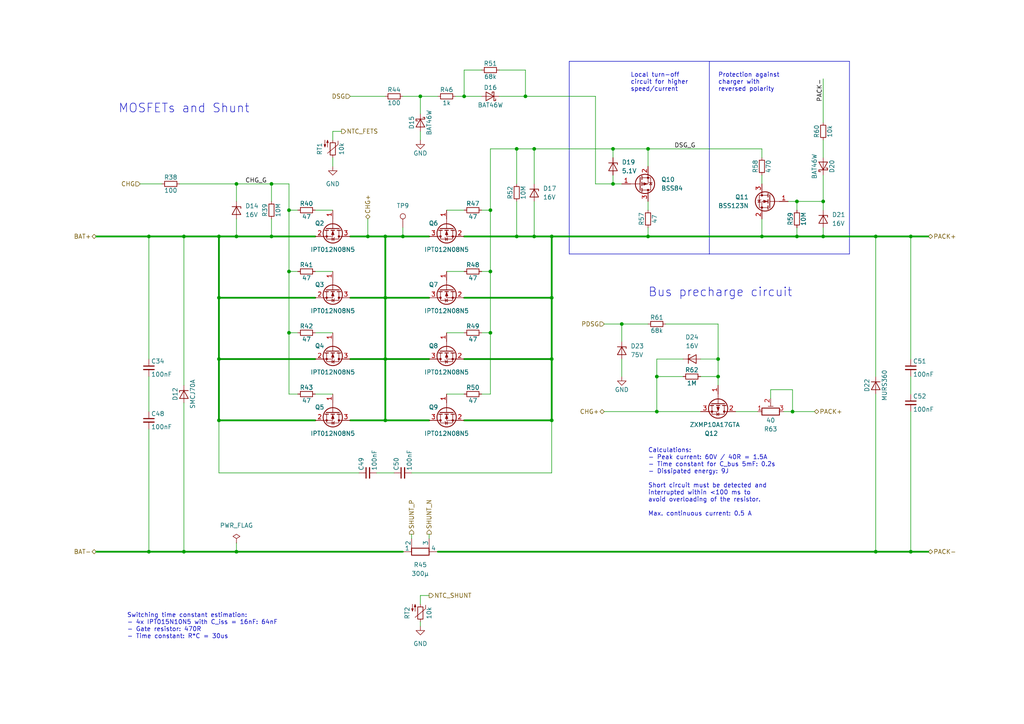
<source format=kicad_sch>
(kicad_sch (version 20230121) (generator eeschema)
  (paper "A4")
  (title_block (title "Libre Solar BMS C1") (date "2023-11-03") (rev "0.4.0") (company "Libre Solar Technologies GmbH") (comment 1 "Website: https://libre.solar") (comment 2 "Author: Martin Jäger") (comment 3 "License: CERN-OHL-W"))
  (lib_symbols
    (symbol "Connector:TestPoint" (pin_numbers hide) (pin_names (offset 0.762) hide)
      (property "Reference" "TP" (at 0 6.858 0))
      (property "Value" "TestPoint" (at 0 5.08 0))
      (symbol "TestPoint_0_1"
        (circle (center 0 3.302) (radius 0.762))
      )
      (symbol "TestPoint_1_1"
        (pin passive line (at 0 0 90) (length 2.54) (name "1") (number "1"))
      )
    )
    (symbol "Device:Q_NMOS_GSD" (pin_names (offset 0) hide)
      (property "Reference" "Q" (at 5.08 1.27 0))
      (property "Value" "Q_NMOS_GSD" (at 5.08 -1.27 0))
      (symbol "Q_NMOS_GSD_0_1"
        (polyline (pts (xy 0.254 0) (xy -2.54 0)))
        (polyline (pts (xy 0.254 1.905) (xy 0.254 -1.905)) (stroke (width 0.254)))
        (polyline (pts (xy 0.762 -1.27) (xy 0.762 -2.286)) (stroke (width 0.254)))
        (polyline (pts (xy 0.762 0.508) (xy 0.762 -0.508)) (stroke (width 0.254)))
        (polyline (pts (xy 0.762 2.286) (xy 0.762 1.27)) (stroke (width 0.254)))
        (polyline (pts (xy 2.54 2.54) (xy 2.54 1.778)))
        (polyline (pts (xy 2.54 -2.54) (xy 2.54 0) (xy 0.762 0)))
        (polyline (pts (xy 0.762 -1.778) (xy 3.302 -1.778) (xy 3.302 1.778) (xy 0.762 1.778)))
        (polyline (pts (xy 1.016 0) (xy 2.032 0.381) (xy 2.032 -0.381) (xy 1.016 0)) (fill (type outline)))
        (polyline (pts (xy 2.794 0.508) (xy 2.921 0.381) (xy 3.683 0.381) (xy 3.81 0.254)))
        (polyline (pts (xy 3.302 0.381) (xy 2.921 -0.254) (xy 3.683 -0.254) (xy 3.302 0.381)))
        (circle (center 1.651 0) (radius 2.794) (stroke (width 0.254)))
        (circle (center 2.54 -1.778) (radius 0.254) (fill (type outline)))
        (circle (center 2.54 1.778) (radius 0.254) (fill (type outline)))
      )
      (symbol "Q_NMOS_GSD_1_1"
        (pin input line (at -5.08 0 0) (length 2.54) (name "G") (number "1"))
        (pin passive line (at 2.54 -5.08 90) (length 2.54) (name "S") (number "2"))
        (pin passive line (at 2.54 5.08 270) (length 2.54) (name "D") (number "3"))
      )
    )
    (symbol "Device:Q_PMOS_GDS" (pin_names (offset 0) hide)
      (property "Reference" "Q" (at 5.08 1.27 0))
      (property "Value" "Q_PMOS_GDS" (at 5.08 -1.27 0))
      (symbol "Q_PMOS_GDS_0_1"
        (polyline (pts (xy 0.254 0) (xy -2.54 0)))
        (polyline (pts (xy 0.254 1.905) (xy 0.254 -1.905)) (stroke (width 0.254)))
        (polyline (pts (xy 0.762 -1.27) (xy 0.762 -2.286)) (stroke (width 0.254)))
        (polyline (pts (xy 0.762 0.508) (xy 0.762 -0.508)) (stroke (width 0.254)))
        (polyline (pts (xy 0.762 2.286) (xy 0.762 1.27)) (stroke (width 0.254)))
        (polyline (pts (xy 2.54 2.54) (xy 2.54 1.778)))
        (polyline (pts (xy 2.54 -2.54) (xy 2.54 0) (xy 0.762 0)))
        (polyline (pts (xy 0.762 1.778) (xy 3.302 1.778) (xy 3.302 -1.778) (xy 0.762 -1.778)))
        (polyline (pts (xy 2.286 0) (xy 1.27 0.381) (xy 1.27 -0.381) (xy 2.286 0)) (fill (type outline)))
        (polyline (pts (xy 2.794 -0.508) (xy 2.921 -0.381) (xy 3.683 -0.381) (xy 3.81 -0.254)))
        (polyline (pts (xy 3.302 -0.381) (xy 2.921 0.254) (xy 3.683 0.254) (xy 3.302 -0.381)))
        (circle (center 1.651 0) (radius 2.794) (stroke (width 0.254)))
        (circle (center 2.54 -1.778) (radius 0.254) (fill (type outline)))
        (circle (center 2.54 1.778) (radius 0.254) (fill (type outline)))
      )
      (symbol "Q_PMOS_GDS_1_1"
        (pin input line (at -5.08 0 0) (length 2.54) (name "G") (number "1"))
        (pin passive line (at 2.54 5.08 270) (length 2.54) (name "D") (number "2"))
        (pin passive line (at 2.54 -5.08 90) (length 2.54) (name "S") (number "3"))
      )
    )
    (symbol "Device:Q_PMOS_GSD" (pin_names (offset 0) hide)
      (property "Reference" "Q" (at 5.08 1.27 0))
      (property "Value" "Q_PMOS_GSD" (at 5.08 -1.27 0))
      (symbol "Q_PMOS_GSD_0_1"
        (polyline (pts (xy 0.254 0) (xy -2.54 0)))
        (polyline (pts (xy 0.254 1.905) (xy 0.254 -1.905)) (stroke (width 0.254)))
        (polyline (pts (xy 0.762 -1.27) (xy 0.762 -2.286)) (stroke (width 0.254)))
        (polyline (pts (xy 0.762 0.508) (xy 0.762 -0.508)) (stroke (width 0.254)))
        (polyline (pts (xy 0.762 2.286) (xy 0.762 1.27)) (stroke (width 0.254)))
        (polyline (pts (xy 2.54 2.54) (xy 2.54 1.778)))
        (polyline (pts (xy 2.54 -2.54) (xy 2.54 0) (xy 0.762 0)))
        (polyline (pts (xy 0.762 1.778) (xy 3.302 1.778) (xy 3.302 -1.778) (xy 0.762 -1.778)))
        (polyline (pts (xy 2.286 0) (xy 1.27 0.381) (xy 1.27 -0.381) (xy 2.286 0)) (fill (type outline)))
        (polyline (pts (xy 2.794 -0.508) (xy 2.921 -0.381) (xy 3.683 -0.381) (xy 3.81 -0.254)))
        (polyline (pts (xy 3.302 -0.381) (xy 2.921 0.254) (xy 3.683 0.254) (xy 3.302 -0.381)))
        (circle (center 1.651 0) (radius 2.794) (stroke (width 0.254)))
        (circle (center 2.54 -1.778) (radius 0.254) (fill (type outline)))
        (circle (center 2.54 1.778) (radius 0.254) (fill (type outline)))
      )
      (symbol "Q_PMOS_GSD_1_1"
        (pin input line (at -5.08 0 0) (length 2.54) (name "G") (number "1"))
        (pin passive line (at 2.54 -5.08 90) (length 2.54) (name "S") (number "2"))
        (pin passive line (at 2.54 5.08 270) (length 2.54) (name "D") (number "3"))
      )
    )
    (symbol "Device:R_Potentiometer_Trim" (pin_names (offset 1.016) hide)
      (property "Reference" "RV" (at -4.445 0 90))
      (property "Value" "R_Potentiometer_Trim" (at -2.54 0 90))
      (symbol "R_Potentiometer_Trim_0_1"
        (polyline (pts (xy 1.524 0.762) (xy 1.524 -0.762)))
        (polyline (pts (xy 2.54 0) (xy 1.524 0)))
        (rectangle (start 1.016 2.54) (end -1.016 -2.54) (stroke (width 0.254)))
      )
      (symbol "R_Potentiometer_Trim_1_1"
        (pin passive line (at 0 3.81 270) (length 1.27) (name "1") (number "1"))
        (pin passive line (at 3.81 0 180) (length 1.27) (name "2") (number "2"))
        (pin passive line (at 0 -3.81 90) (length 1.27) (name "3") (number "3"))
      )
    )
    (symbol "Device:R_Shunt" (pin_numbers hide) (pin_names (offset 0))
      (property "Reference" "R" (at -4.445 0 90))
      (property "Value" "R_Shunt" (at -2.54 0 90))
      (symbol "R_Shunt_0_1"
        (rectangle (start -1.016 -2.54) (end 1.016 2.54) (stroke (width 0.254)))
        (polyline (pts (xy 0 -2.54) (xy 1.27 -2.54)))
        (polyline (pts (xy 1.27 2.54) (xy 0 2.54)))
      )
      (symbol "R_Shunt_1_1"
        (pin passive line (at 0 5.08 270) (length 2.54) (name "1") (number "1"))
        (pin passive line (at 3.81 2.54 180) (length 2.54) (name "2") (number "2"))
        (pin passive line (at 3.81 -2.54 180) (length 2.54) (name "3") (number "3"))
        (pin passive line (at 0 -5.08 90) (length 2.54) (name "4") (number "4"))
      )
    )
    (symbol "LibreSolar:C" (pin_numbers hide) (pin_names (offset 0.254) hide)
      (property "Reference" "C" (at 0.635 1.905 0))
      (property "Value" "C" (at 0.635 -1.905 0))
      (symbol "C_0_1"
        (polyline (pts (xy -1.524 -0.508) (xy 1.524 -0.508)) (stroke (width 0.3302)))
        (polyline (pts (xy -1.524 0.508) (xy 0 0.508) (xy 1.524 0.508)) (stroke (width 0.3048)))
      )
      (symbol "C_1_1"
        (pin passive line (at 0 2.54 270) (length 1.905) (name "~") (number "1"))
        (pin passive line (at 0 -2.54 90) (length 2.032) (name "~") (number "2"))
      )
    )
    (symbol "LibreSolar:D" (pin_numbers hide) (pin_names (offset 0.254) hide)
      (property "Reference" "D" (at 0 2.54 0))
      (property "Value" "D" (at 0 -2.54 0))
      (symbol "D_0_1"
        (polyline (pts (xy -1.27 0) (xy 1.27 0)))
        (polyline (pts (xy -1.016 -1.27) (xy -1.016 1.27)) (stroke (width 0.2032)))
        (polyline (pts (xy 1.27 -1.27) (xy -1.016 0) (xy 1.27 1.27) (xy 1.27 -1.27)) (stroke (width 0.2032)))
      )
      (symbol "D_1_1"
        (pin passive line (at -2.54 0 0) (length 1.27) (name "K") (number "1"))
        (pin passive line (at 2.54 0 180) (length 1.27) (name "A") (number "2"))
      )
    )
    (symbol "LibreSolar:D_Schottky" (pin_numbers hide) (pin_names (offset 0.254) hide)
      (property "Reference" "D" (at 0 2.54 0))
      (property "Value" "D_Schottky" (at 0 -2.54 0))
      (symbol "D_Schottky_0_1"
        (polyline (pts (xy -1.016 -1.27) (xy -1.016 1.27)) (stroke (width 0.2032)))
        (polyline (pts (xy 1.27 0) (xy -1.27 0)))
        (polyline (pts (xy -1.016 -1.27) (xy -1.524 -1.27) (xy -1.524 -0.762)) (stroke (width 0.2032)))
        (polyline (pts (xy -1.016 1.27) (xy -0.508 1.27) (xy -0.508 0.762)) (stroke (width 0.2032)))
        (polyline (pts (xy 1.27 -1.27) (xy -1.016 0) (xy 1.27 1.27) (xy 1.27 -1.27)) (stroke (width 0.2032)))
      )
      (symbol "D_Schottky_1_1"
        (pin passive line (at -2.54 0 0) (length 1.27) (name "K") (number "1"))
        (pin passive line (at 2.54 0 180) (length 1.27) (name "A") (number "2"))
      )
    )
    (symbol "LibreSolar:D_Zener" (pin_numbers hide) (pin_names (offset 1.016) hide)
      (property "Reference" "D" (at 0 2.54 0))
      (property "Value" "D_Zener" (at 0 -2.54 0))
      (symbol "D_Zener_0_1"
        (polyline (pts (xy 1.27 0) (xy -1.27 0)))
        (polyline (pts (xy -1.016 0) (xy 1.27 1.27) (xy 1.27 -1.27) (xy -1.016 0)) (stroke (width 0.2032)))
        (polyline (pts (xy -0.508 1.27) (xy -1.016 1.27) (xy -1.016 0) (xy -1.016 -1.27)) (stroke (width 0.2032)))
      )
      (symbol "D_Zener_1_1"
        (pin passive line (at -2.54 0 0) (length 1.27) (name "K") (number "1"))
        (pin passive line (at 2.54 0 180) (length 1.27) (name "A") (number "2"))
      )
    )
    (symbol "LibreSolar:R" (pin_numbers hide) (pin_names (offset 0.254) hide)
      (property "Reference" "R" (at -1.905 0 90))
      (property "Value" "R" (at 1.905 0 90))
      (symbol "R_0_1"
        (rectangle (start -0.762 1.778) (end 0.762 -1.778) (stroke (width 0.2032)))
      )
      (symbol "R_1_1"
        (pin passive line (at 0 2.54 270) (length 0.762) (name "~") (number "1"))
        (pin passive line (at 0 -2.54 90) (length 0.762) (name "~") (number "2"))
      )
    )
    (symbol "LibreSolar:R_NTC" (pin_numbers hide) (pin_names (offset 0))
      (property "Reference" "RT" (at -3.81 0 90))
      (property "Value" "R_NTC" (at 2.54 0 90))
      (symbol "R_NTC_0_1"
        (rectangle (start -0.762 1.778) (end 0.762 -1.778) (stroke (width 0.2032)))
        (polyline (pts (xy 1.524 -2.286) (xy 1.524 -1.27) (xy -1.524 1.27)))
        (polyline (pts (xy -2.286 -2.54) (xy -2.286 -0.508) (xy -2.54 -1.27) (xy -2.032 -1.27) (xy -2.286 -0.508) (xy -2.286 -0.762)) (fill (type outline)))
        (polyline (pts (xy -1.524 -0.508) (xy -1.524 -2.54) (xy -1.778 -1.778) (xy -1.27 -1.778) (xy -1.524 -2.54) (xy -1.524 -2.286)) (fill (type outline)))
      )
      (symbol "R_NTC_1_1"
        (pin passive line (at 0 2.54 270) (length 0.762) (name "~") (number "1"))
        (pin passive line (at 0 -2.54 90) (length 0.762) (name "~") (number "2"))
      )
    )
    (symbol "power:GND" (power) (pin_names (offset 0))
      (property "Value" "GND" (at 0 -3.81 0))
      (symbol "GND_0_1"
        (polyline (pts (xy 0 0) (xy 0 -1.27) (xy 1.27 -1.27) (xy 0 -2.54) (xy -1.27 -1.27) (xy 0 -1.27)))
      )
      (symbol "GND_1_1"
        (pin power_in line (at 0 0 270) (length 0) hide (name "GND") (number "1"))
      )
    )
    (symbol "power:PWR_FLAG" (power) (pin_numbers hide) (pin_names (offset 0) hide)
      (property "Value" "PWR_FLAG" (at 0 3.81 0))
      (symbol "PWR_FLAG_0_0"
        (pin power_out line (at 0 0 90) (length 0) (name "pwr") (number "1"))
      )
      (symbol "PWR_FLAG_0_1"
        (polyline (pts (xy 0 0) (xy 0 1.27) (xy -1.016 1.905) (xy 0 2.54) (xy 1.016 1.905) (xy 0 1.27)))
      )
    )
  )
  (junction (at 116.84 68.58))
  (junction (at 187.96 68.58))
  (junction (at 142.24 60.96))
  (junction (at 111.76 68.58))
  (junction (at 83.82 96.52))
  (junction (at 68.58 53.34))
  (junction (at 187.96 43.18))
  (junction (at 149.86 43.18))
  (junction (at 68.58 160.02))
  (junction (at 78.74 53.34))
  (junction (at 208.28 104.14))
  (junction (at 68.58 68.58))
  (junction (at 152.4 27.94))
  (junction (at 231.14 58.42))
  (junction (at 160.02 104.14))
  (junction (at 238.76 68.58))
  (junction (at 264.16 68.58))
  (junction (at 177.8 53.34))
  (junction (at 43.18 68.58))
  (junction (at 220.98 68.58))
  (junction (at 111.76 121.92))
  (junction (at 111.76 104.14))
  (junction (at 180.34 93.98))
  (junction (at 238.76 58.42))
  (junction (at 142.24 78.74))
  (junction (at 254 160.02))
  (junction (at 63.5 68.58) (diameter 0.9144))
  (junction (at 231.14 68.58))
  (junction (at 160.02 86.36))
  (junction (at 149.86 68.58))
  (junction (at 78.74 68.58))
  (junction (at 154.94 43.18))
  (junction (at 254 68.58))
  (junction (at 53.34 160.02))
  (junction (at 83.82 78.74))
  (junction (at 208.28 109.22))
  (junction (at 111.76 86.36))
  (junction (at 229.87 119.38))
  (junction (at 63.5 86.36) (diameter 0.9144))
  (junction (at 160.02 121.92))
  (junction (at 177.8 43.18))
  (junction (at 154.94 68.58))
  (junction (at 106.68 68.58))
  (junction (at 43.18 160.02))
  (junction (at 134.62 27.94))
  (junction (at 63.5 104.14))
  (junction (at 264.16 160.02))
  (junction (at 190.5 119.38))
  (junction (at 190.5 109.22))
  (junction (at 121.92 27.94))
  (junction (at 53.34 68.58))
  (junction (at 63.5 121.92))
  (junction (at 160.02 68.58))
  (junction (at 142.24 96.52))
  (junction (at 83.82 60.96))
  (wire (pts (xy 187.96 43.18) (xy 187.96 48.26)))
  (wire (pts (xy 149.86 43.18) (xy 154.94 43.18)))
  (wire (pts (xy 68.58 53.34) (xy 78.74 53.34)))
  (wire (pts (xy 124.46 154.94) (xy 124.46 156.21)))
  (polyline (pts (xy 165.1 17.78) (xy 165.1 73.66)))
  (wire (pts (xy 144.78 20.32) (xy 152.4 20.32)))
  (wire (pts (xy 160.02 68.58) (xy 160.02 86.36)) (stroke (width 0.508)))
  (wire (pts (xy 254 68.58) (xy 254 109.22)))
  (wire (pts (xy 220.98 50.8) (xy 220.98 53.34)))
  (wire (pts (xy 223.52 113.03) (xy 229.87 113.03)))
  (wire (pts (xy 180.34 93.98) (xy 187.96 93.98)))
  (wire (pts (xy 83.82 114.3) (xy 86.36 114.3)))
  (wire (pts (xy 63.5 86.36) (xy 63.5 104.14)) (stroke (width 0.508)))
  (wire (pts (xy 78.74 68.58) (xy 91.44 68.58)) (stroke (width 0.508)))
  (wire (pts (xy 142.24 43.18) (xy 149.86 43.18)))
  (wire (pts (xy 134.62 20.32) (xy 134.62 27.94)))
  (wire (pts (xy 119.38 154.94) (xy 119.38 156.21)))
  (wire (pts (xy 187.96 43.18) (xy 220.98 43.18)))
  (wire (pts (xy 111.76 68.58) (xy 116.84 68.58)) (stroke (width 0.508)))
  (wire (pts (xy 111.76 104.14) (xy 124.46 104.14)) (stroke (width 0.508)))
  (wire (pts (xy 68.58 68.58) (xy 78.74 68.58)) (stroke (width 0.508)))
  (wire (pts (xy 83.82 78.74) (xy 83.82 96.52)))
  (wire (pts (xy 43.18 124.46) (xy 43.18 160.02)))
  (wire (pts (xy 160.02 86.36) (xy 160.02 104.14)) (stroke (width 0.508)))
  (wire (pts (xy 68.58 53.34) (xy 68.58 58.42)))
  (wire (pts (xy 40.64 53.34) (xy 46.99 53.34)))
  (wire (pts (xy 104.14 137.16) (xy 63.5 137.16)))
  (wire (pts (xy 175.26 93.98) (xy 180.34 93.98)))
  (wire (pts (xy 83.82 60.96) (xy 86.36 60.96)))
  (wire (pts (xy 208.28 104.14) (xy 208.28 109.22)))
  (wire (pts (xy 53.34 68.58) (xy 53.34 111.76)))
  (wire (pts (xy 142.24 96.52) (xy 142.24 114.3)))
  (wire (pts (xy 106.68 68.58) (xy 111.76 68.58)) (stroke (width 0.508)))
  (wire (pts (xy 106.68 63.5) (xy 106.68 68.58)))
  (wire (pts (xy 160.02 104.14) (xy 160.02 121.92)) (stroke (width 0.508)))
  (wire (pts (xy 160.02 121.92) (xy 160.02 137.16)))
  (wire (pts (xy 254 68.58) (xy 264.16 68.58)) (stroke (width 0.508)))
  (wire (pts (xy 154.94 43.18) (xy 154.94 53.34)))
  (wire (pts (xy 149.86 58.42) (xy 149.86 68.58)))
  (wire (pts (xy 91.44 78.74) (xy 96.52 78.74)))
  (wire (pts (xy 238.76 66.04) (xy 238.76 68.58)))
  (wire (pts (xy 111.76 104.14) (xy 111.76 121.92)) (stroke (width 0.508)))
  (wire (pts (xy 121.92 27.94) (xy 127 27.94)))
  (wire (pts (xy 63.5 104.14) (xy 63.5 121.92)) (stroke (width 0.508)))
  (wire (pts (xy 134.62 104.14) (xy 160.02 104.14)) (stroke (width 0.508)))
  (wire (pts (xy 111.76 68.58) (xy 111.76 86.36)) (stroke (width 0.508)))
  (wire (pts (xy 231.14 66.04) (xy 231.14 68.58)))
  (polyline (pts (xy 165.1 73.66) (xy 205.74 73.66)))
  (wire (pts (xy 160.02 68.58) (xy 187.96 68.58)) (stroke (width 0.508)))
  (wire (pts (xy 144.78 27.94) (xy 152.4 27.94)))
  (wire (pts (xy 63.5 86.36) (xy 91.44 86.36)) (stroke (width 0.508)))
  (wire (pts (xy 139.7 20.32) (xy 134.62 20.32)))
  (wire (pts (xy 208.28 93.98) (xy 193.04 93.98)))
  (wire (pts (xy 78.74 53.34) (xy 78.74 58.42)))
  (wire (pts (xy 238.76 40.64) (xy 238.76 45.72)))
  (wire (pts (xy 132.08 27.94) (xy 134.62 27.94)))
  (wire (pts (xy 139.7 78.74) (xy 142.24 78.74)))
  (wire (pts (xy 63.5 68.58) (xy 63.5 86.36)) (stroke (width 0.508)))
  (wire (pts (xy 172.72 53.34) (xy 177.8 53.34)))
  (wire (pts (xy 231.14 58.42) (xy 238.76 58.42)))
  (wire (pts (xy 96.52 48.26) (xy 96.52 45.72)))
  (wire (pts (xy 101.6 27.94) (xy 111.76 27.94)))
  (wire (pts (xy 68.58 160.02) (xy 116.84 160.02)) (stroke (width 0.508)))
  (wire (pts (xy 53.34 116.84) (xy 53.34 160.02)))
  (wire (pts (xy 198.12 104.14) (xy 190.5 104.14)))
  (wire (pts (xy 63.5 68.58) (xy 68.58 68.58)) (stroke (width 0.508)))
  (wire (pts (xy 187.96 68.58) (xy 220.98 68.58)) (stroke (width 0.508)))
  (wire (pts (xy 238.76 50.8) (xy 238.76 58.42)))
  (wire (pts (xy 213.36 119.38) (xy 219.71 119.38)))
  (wire (pts (xy 154.94 43.18) (xy 177.8 43.18)))
  (wire (pts (xy 154.94 68.58) (xy 160.02 68.58)) (stroke (width 0.508)))
  (wire (pts (xy 152.4 27.94) (xy 172.72 27.94)))
  (wire (pts (xy 208.28 109.22) (xy 203.2 109.22)))
  (wire (pts (xy 101.6 86.36) (xy 111.76 86.36)) (stroke (width 0.508)))
  (wire (pts (xy 116.84 66.04) (xy 116.84 68.58)))
  (polyline (pts (xy 165.1 17.78) (xy 205.74 17.78)))
  (wire (pts (xy 111.76 121.92) (xy 124.46 121.92)) (stroke (width 0.508)))
  (wire (pts (xy 229.87 113.03) (xy 229.87 119.38)))
  (wire (pts (xy 229.87 119.38) (xy 236.22 119.38)))
  (wire (pts (xy 208.28 111.76) (xy 208.28 109.22)))
  (wire (pts (xy 254 160.02) (xy 264.16 160.02)) (stroke (width 0.508)))
  (wire (pts (xy 43.18 68.58) (xy 53.34 68.58)) (stroke (width 0.508)))
  (wire (pts (xy 134.62 121.92) (xy 160.02 121.92)) (stroke (width 0.508)))
  (wire (pts (xy 142.24 60.96) (xy 142.24 78.74)))
  (wire (pts (xy 129.54 78.74) (xy 134.62 78.74)))
  (wire (pts (xy 111.76 104.14) (xy 111.76 86.36)) (stroke (width 0.508)))
  (wire (pts (xy 53.34 160.02) (xy 68.58 160.02)) (stroke (width 0.508)))
  (wire (pts (xy 96.52 38.1) (xy 96.52 40.64)))
  (wire (pts (xy 177.8 53.34) (xy 180.34 53.34)))
  (wire (pts (xy 86.36 78.74) (xy 83.82 78.74)))
  (wire (pts (xy 264.16 119.38) (xy 264.16 160.02)))
  (wire (pts (xy 68.58 63.5) (xy 68.58 68.58)))
  (wire (pts (xy 53.34 68.58) (xy 63.5 68.58)) (stroke (width 0.508)))
  (wire (pts (xy 121.92 181.61) (xy 121.92 180.34)))
  (wire (pts (xy 139.7 114.3) (xy 142.24 114.3)))
  (wire (pts (xy 190.5 104.14) (xy 190.5 109.22)))
  (wire (pts (xy 121.92 27.94) (xy 121.92 33.02)))
  (wire (pts (xy 101.6 104.14) (xy 111.76 104.14)) (stroke (width 0.508)))
  (wire (pts (xy 220.98 63.5) (xy 220.98 68.58)))
  (wire (pts (xy 119.38 137.16) (xy 160.02 137.16)))
  (wire (pts (xy 116.84 68.58) (xy 124.46 68.58)) (stroke (width 0.508)))
  (wire (pts (xy 78.74 53.34) (xy 83.82 53.34)))
  (wire (pts (xy 134.62 27.94) (xy 139.7 27.94)))
  (wire (pts (xy 177.8 50.8) (xy 177.8 53.34)))
  (wire (pts (xy 149.86 68.58) (xy 154.94 68.58)) (stroke (width 0.508)))
  (wire (pts (xy 152.4 20.32) (xy 152.4 27.94)))
  (wire (pts (xy 227.33 119.38) (xy 229.87 119.38)))
  (wire (pts (xy 264.16 109.22) (xy 264.16 114.3)))
  (polyline (pts (xy 246.38 73.66) (xy 246.38 17.78)))
  (wire (pts (xy 83.82 96.52) (xy 86.36 96.52)))
  (wire (pts (xy 231.14 58.42) (xy 231.14 60.96)))
  (wire (pts (xy 83.82 53.34) (xy 83.82 60.96)))
  (wire (pts (xy 142.24 43.18) (xy 142.24 60.96)))
  (wire (pts (xy 91.44 60.96) (xy 96.52 60.96)))
  (wire (pts (xy 180.34 104.14) (xy 180.34 109.22)))
  (wire (pts (xy 231.14 68.58) (xy 238.76 68.58)) (stroke (width 0.508)))
  (wire (pts (xy 142.24 78.74) (xy 142.24 96.52)))
  (wire (pts (xy 78.74 63.5) (xy 78.74 68.58)))
  (wire (pts (xy 121.92 172.72) (xy 121.92 175.26)))
  (wire (pts (xy 238.76 60.96) (xy 238.76 58.42)))
  (wire (pts (xy 99.06 38.1) (xy 96.52 38.1)))
  (wire (pts (xy 220.98 68.58) (xy 231.14 68.58)) (stroke (width 0.508)))
  (wire (pts (xy 101.6 68.58) (xy 106.68 68.58)) (stroke (width 0.508)))
  (wire (pts (xy 116.84 27.94) (xy 121.92 27.94)))
  (wire (pts (xy 154.94 58.42) (xy 154.94 68.58)))
  (wire (pts (xy 27.94 68.58) (xy 43.18 68.58)) (stroke (width 0.508)))
  (wire (pts (xy 177.8 43.18) (xy 187.96 43.18)))
  (wire (pts (xy 127 160.02) (xy 254 160.02)) (stroke (width 0.508)))
  (wire (pts (xy 180.34 93.98) (xy 180.34 99.06)))
  (polyline (pts (xy 205.74 73.66) (xy 246.38 73.66)))
  (wire (pts (xy 254 114.3) (xy 254 160.02)))
  (wire (pts (xy 63.5 121.92) (xy 91.44 121.92)) (stroke (width 0.508)))
  (wire (pts (xy 27.94 160.02) (xy 43.18 160.02)) (stroke (width 0.508)))
  (wire (pts (xy 175.26 119.38) (xy 190.5 119.38)))
  (wire (pts (xy 91.44 96.52) (xy 96.52 96.52)))
  (wire (pts (xy 83.82 96.52) (xy 83.82 114.3)))
  (wire (pts (xy 223.52 115.57) (xy 223.52 113.03)))
  (wire (pts (xy 238.76 22.86) (xy 238.76 35.56)))
  (wire (pts (xy 91.44 114.3) (xy 96.52 114.3)))
  (wire (pts (xy 139.7 96.52) (xy 142.24 96.52)))
  (wire (pts (xy 190.5 109.22) (xy 190.5 119.38)))
  (wire (pts (xy 228.6 58.42) (xy 231.14 58.42)))
  (wire (pts (xy 101.6 121.92) (xy 111.76 121.92)) (stroke (width 0.508)))
  (wire (pts (xy 43.18 160.02) (xy 53.34 160.02)) (stroke (width 0.508)))
  (wire (pts (xy 68.58 157.48) (xy 68.58 160.02)))
  (wire (pts (xy 52.07 53.34) (xy 68.58 53.34)))
  (wire (pts (xy 203.2 119.38) (xy 190.5 119.38)))
  (wire (pts (xy 208.28 104.14) (xy 208.28 93.98)))
  (wire (pts (xy 203.2 104.14) (xy 208.28 104.14)))
  (wire (pts (xy 187.96 58.42) (xy 187.96 60.96)))
  (wire (pts (xy 83.82 78.74) (xy 83.82 60.96)))
  (wire (pts (xy 172.72 53.34) (xy 172.72 27.94)))
  (wire (pts (xy 177.8 43.18) (xy 177.8 45.72)))
  (wire (pts (xy 187.96 66.04) (xy 187.96 68.58)))
  (wire (pts (xy 129.54 60.96) (xy 134.62 60.96)))
  (wire (pts (xy 124.46 172.72) (xy 121.92 172.72)))
  (wire (pts (xy 198.12 109.22) (xy 190.5 109.22)))
  (wire (pts (xy 264.16 160.02) (xy 269.24 160.02)) (stroke (width 0.508)))
  (polyline (pts (xy 205.74 17.78) (xy 246.38 17.78)))
  (wire (pts (xy 129.54 114.3) (xy 134.62 114.3)))
  (wire (pts (xy 129.54 96.52) (xy 134.62 96.52)))
  (wire (pts (xy 238.76 68.58) (xy 254 68.58)) (stroke (width 0.508)))
  (wire (pts (xy 111.76 86.36) (xy 124.46 86.36)) (stroke (width 0.508)))
  (wire (pts (xy 43.18 68.58) (xy 43.18 104.14)))
  (wire (pts (xy 264.16 68.58) (xy 264.16 104.14)))
  (wire (pts (xy 43.18 109.22) (xy 43.18 119.38)))
  (wire (pts (xy 121.92 38.1) (xy 121.92 40.64)))
  (wire (pts (xy 63.5 137.16) (xy 63.5 121.92)))
  (wire (pts (xy 114.3 137.16) (xy 109.22 137.16)))
  (wire (pts (xy 139.7 60.96) (xy 142.24 60.96)))
  (polyline (pts (xy 205.74 17.78) (xy 205.74 73.66)))
  (wire (pts (xy 149.86 43.18) (xy 149.86 53.34)))
  (wire (pts (xy 134.62 68.58) (xy 149.86 68.58)) (stroke (width 0.508)))
  (wire (pts (xy 220.98 45.72) (xy 220.98 43.18)))
  (wire (pts (xy 134.62 86.36) (xy 160.02 86.36)) (stroke (width 0.508)))
  (wire (pts (xy 264.16 68.58) (xy 269.24 68.58)) (stroke (width 0.508)))
  (wire (pts (xy 63.5 104.14) (xy 91.44 104.14)) (stroke (width 0.508)))
  (text "Protection against\ncharger with \nreversed polarity" (at 208.28 26.67 0) (effects (font (size 1.27 1.27)) (justify left bottom)))
  (text "Switching time constant estimation:\n- 4x IPT015N10N5 with C_iss = 16nF: 64nF\n- Gate resistor: 470R\n- Time constant: R*C = 30us" (at 36.83 185.42 0) (effects (font (size 1.27 1.27)) (justify left bottom)))
  (text "MOSFETs and Shunt" (at 34.29 33.02 0) (effects (font (size 2.54 2.54)) (justify left bottom)))
  (text "Local turn-off \ncircuit for higher\nspeed/current" (at 182.88 26.67 0) (effects (font (size 1.27 1.27)) (justify left bottom)))
  (text "Bus precharge circuit" (at 187.96 86.36 0) (effects (font (size 2.54 2.54)) (justify left bottom)))
  (text "Calculations:\n- Peak current: 60V / 40R = 1.5A\n- Time constant for C_bus 5mF: 0.2s\n- Dissipated energy: 9J\n\nShort circuit must be detected and\ninterrupted within <100 ms to\navoid overloading of the resistor.\n\nMax. continuous current: 0.5 A" (at 187.96 149.86 0) (effects (font (size 1.27 1.27)) (justify left bottom)))
  (label "PACK-" (at 238.76 22.86 270))
  (label "DSG_G" (at 195.58 43.18 0))
  (label "CHG_G" (at 71.12 53.34 0))
  (hierarchical_label "DSG" (shape input) (at 101.6 27.94 180))
  (hierarchical_label "PDSG" (shape input) (at 175.26 93.98 180))
  (hierarchical_label "CHG" (shape input) (at 40.64 53.34 180))
  (hierarchical_label "NTC_SHUNT" (shape output) (at 124.46 172.72 0))
  (hierarchical_label "BAT+" (shape bidirectional) (at 27.94 68.58 180))
  (hierarchical_label "SHUNT_N" (shape output) (at 124.46 154.94 90))
  (hierarchical_label "CHG+" (shape bidirectional) (at 175.26 119.38 180))
  (hierarchical_label "PACK+" (shape bidirectional) (at 269.24 68.58 0))
  (hierarchical_label "BAT-" (shape bidirectional) (at 27.94 160.02 180))
  (hierarchical_label "CHG+" (shape bidirectional) (at 106.68 63.5 90))
  (hierarchical_label "PACK-" (shape bidirectional) (at 269.24 160.02 0))
  (hierarchical_label "PACK+" (shape bidirectional) (at 236.22 119.38 0))
  (hierarchical_label "SHUNT_P" (shape output) (at 119.38 154.94 90))
  (hierarchical_label "NTC_FETS" (shape output) (at 99.06 38.1 0))
  (symbol (lib_id "LibreSolar:R_NTC") (at 96.52 43.18 0) (mirror x) (unit 1)
    (property "Reference" "RT1" (at 92.71 43.18 90))
    (property "Value" "10k" (at 99.06 43.18 90))
    (property "Footprint" "LibreSolar:R_0603_1608" (effects hide))
    (property "Manufacturer" "TDK" (effects hide))
    (property "PartNumber" "NTCG163JF103FT1S" (effects hide))
  )
  (symbol (lib_id "LibreSolar:D_Zener") (at 53.34 114.3 90) (mirror x) (unit 1)
    (property "Reference" "D12" (at 50.8 114.3 0))
    (property "Value" "SMCJ70A" (at 55.88 114.3 0))
    (property "Footprint" "LibreSolar:D_SMC" (effects hide))
    (property "Manufacturer" "Bourns" (effects hide))
    (property "PartNumber" "SMCJ70A" (effects hide))
    (property "Remarks" "Alternative: Diodes Inc. SMCJ70A-13-F" (effects hide))
    (property "LCSC" "C135194" (effects hide))
  )
  (symbol (lib_id "LibreSolar:D") (at 254 111.76 90) (mirror x) (unit 1)
    (property "Reference" "D22" (at 251.46 111.76 0))
    (property "Value" "MURS360" (at 256.54 111.76 0))
    (property "Footprint" "LibreSolar:D_SMC" (effects hide))
    (property "Manufacturer" "Diodes Incorporated" (effects hide))
    (property "PartNumber" "MURS360" (effects hide))
    (property "Remarks" "Alternative: Other MURS360" (effects hide))
    (property "LCSC" "C388245" (effects hide))
  )
  (symbol (lib_id "LibreSolar:C") (at 264.16 106.68 0) (unit 1)
    (property "Reference" "C51" (at 264.795 104.775 0) (effects (justify left)))
    (property "Value" "100nF" (at 264.795 108.585 0) (effects (justify left)))
    (property "Footprint" "LibreSolar:C_0603_1608" (effects hide))
    (property "Manufacturer" "Samsung Electro-Mechanics" (effects hide))
    (property "PartNumber" "CL10B104KC8NNNC" (effects hide))
    (property "Remarks" "min. 100V, X7R" (effects hide))
    (property "LCSC" "C15725" (effects hide))
  )
  (symbol (lib_id "LibreSolar:C") (at 264.16 116.84 0) (unit 1)
    (property "Reference" "C52" (at 264.795 114.935 0) (effects (justify left)))
    (property "Value" "100nF" (at 264.795 118.745 0) (effects (justify left)))
    (property "Footprint" "LibreSolar:C_0603_1608" (effects hide))
    (property "Manufacturer" "Samsung Electro-Mechanics" (effects hide))
    (property "PartNumber" "CL10B104KC8NNNC" (effects hide))
    (property "Remarks" "min. 100V, X7R" (effects hide))
    (property "LCSC" "C15725" (effects hide))
  )
  (symbol (lib_id "LibreSolar:C") (at 106.68 137.16 90) (unit 1)
    (property "Reference" "C49" (at 104.775 136.525 0) (effects (justify left)))
    (property "Value" "100nF" (at 108.585 136.525 0) (effects (justify left)))
    (property "Footprint" "LibreSolar:C_0603_1608" (effects hide))
    (property "Manufacturer" "Samsung Electro-Mechanics" (effects hide))
    (property "PartNumber" "CL10B104KC8NNNC" (effects hide))
    (property "Remarks" "min. 100V, X7R" (effects hide))
    (property "LCSC" "C15725" (effects hide))
  )
  (symbol (lib_id "LibreSolar:C") (at 116.84 137.16 90) (unit 1)
    (property "Reference" "C50" (at 114.935 136.525 0) (effects (justify left)))
    (property "Value" "100nF" (at 118.745 136.525 0) (effects (justify left)))
    (property "Footprint" "LibreSolar:C_0603_1608" (effects hide))
    (property "Manufacturer" "Samsung Electro-Mechanics" (effects hide))
    (property "PartNumber" "CL10B104KC8NNNC" (effects hide))
    (property "Remarks" "min. 100V, X7R" (effects hide))
    (property "LCSC" "C15725" (effects hide))
  )
  (symbol (lib_id "Device:Q_PMOS_GDS") (at 208.28 116.84 270) (unit 1)
    (property "Reference" "Q12" (at 208.28 125.73 90) (effects (justify right)))
    (property "Value" "ZXMP10A17GTA" (at 214.63 123.19 90) (effects (justify right)))
    (property "Footprint" "Package_TO_SOT_SMD:SOT-223-3_TabPin2" (effects hide))
    (property "Manufacturer" "Diodes Incorporated" (effects hide))
    (property "PartNumber" "ZXMP10A17GTA" (effects hide))
    (property "Remarks" "Alternative: IRFL9110TRPBF" (effects hide))
    (property "LCSC" "C32998" (effects hide))
  )
  (symbol (lib_id "LibreSolar:R") (at 78.74 60.96 0) (unit 1)
    (property "Reference" "R39" (at 76.835 60.96 90))
    (property "Value" "10M" (at 80.645 60.96 90))
    (property "Footprint" "LibreSolar:R_0603_1608" (effects hide))
    (property "Manufacturer" "Yageo" (effects hide))
    (property "PartNumber" "RC0603FR-0710ML" (effects hide))
  )
  (symbol (lib_id "LibreSolar:R") (at 149.86 55.88 0) (unit 1)
    (property "Reference" "R52" (at 147.955 55.88 90))
    (property "Value" "10M" (at 151.765 55.88 90))
    (property "Footprint" "LibreSolar:R_0603_1608" (effects hide))
    (property "Manufacturer" "Yageo" (effects hide))
    (property "PartNumber" "RC0603FR-0710ML" (effects hide))
  )
  (symbol (lib_id "Device:R_Shunt") (at 121.92 160.02 90) (unit 1)
    (property "Reference" "R45" (at 121.92 163.83 90))
    (property "Value" "300µ" (at 121.92 166.37 90))
    (property "Footprint" "LibreSolar:R_Shunt_5931_Kelvin" (effects hide))
    (property "Manufacturer" "Vishay" (effects hide))
    (property "PartNumber" "WSLP5931L3000FEA" (effects hide))
    (property "Remarks" "Alternative: Bourns CSS2H-5930R-L300F" (effects hide))
  )
  (symbol (lib_id "power:GND") (at 96.52 48.26 0) (unit 1)
    (property "Reference" "#PWR0159" (effects hide))
    (property "Value" "GND" (at 96.52 53.34 0))
  )
  (symbol (lib_id "power:PWR_FLAG") (at 68.58 157.48 0) (unit 1)
    (property "Reference" "#FLG02" (effects hide))
    (property "Value" "PWR_FLAG" (at 68.58 152.4 0))
  )
  (symbol (lib_id "LibreSolar:R") (at 238.76 38.1 0) (unit 1)
    (property "Reference" "R60" (at 236.855 38.1 90))
    (property "Value" "10k" (at 240.665 38.1 90))
    (property "Footprint" "LibreSolar:R_0603_1608" (effects hide))
    (property "Manufacturer" "Yageo" (effects hide))
    (property "PartNumber" "RC0603FR-0710KL" (effects hide))
  )
  (symbol (lib_id "Device:Q_NMOS_GSD") (at 96.52 119.38 270) (unit 1)
    (property "Reference" "Q5" (at 92.71 118.11 90))
    (property "Value" "IPT012N08N5" (at 96.52 125.73 90))
    (property "Footprint" "Package_TO_SOT_SMD:Infineon_PG-HSOF-8-1_ThermalVias" (effects hide))
    (property "Manufacturer" "Infineon" (effects hide))
    (property "PartNumber" "IPT012N08N5" (effects hide))
    (property "Remarks" "Alternative: Huayi HYG012N08NS1TA" (effects hide))
    (property "LCSC" "C531199" (effects hide))
  )
  (symbol (lib_id "LibreSolar:R") (at 200.66 109.22 90) (mirror x) (unit 1)
    (property "Reference" "R62" (at 200.66 107.315 90))
    (property "Value" "1M" (at 200.66 111.125 90))
    (property "Footprint" "LibreSolar:R_0603_1608" (effects hide))
    (property "Manufacturer" "Yageo" (effects hide))
    (property "PartNumber" "RC0603FR-071ML" (effects hide))
  )
  (symbol (lib_id "Device:Q_NMOS_GSD") (at 96.52 83.82 270) (unit 1)
    (property "Reference" "Q3" (at 92.71 82.55 90))
    (property "Value" "IPT012N08N5" (at 96.52 90.17 90))
    (property "Footprint" "Package_TO_SOT_SMD:Infineon_PG-HSOF-8-1_ThermalVias" (effects hide))
    (property "Manufacturer" "Infineon" (effects hide))
    (property "PartNumber" "IPT012N08N5" (effects hide))
    (property "Remarks" "Alternative: Huayi HYG012N08NS1TA" (effects hide))
    (property "LCSC" "C531199" (effects hide))
  )
  (symbol (lib_id "Device:Q_NMOS_GSD") (at 96.52 101.6 270) (unit 1)
    (property "Reference" "Q4" (at 92.71 100.33 90))
    (property "Value" "IPT012N08N5" (at 96.52 107.95 90))
    (property "Footprint" "Package_TO_SOT_SMD:Infineon_PG-HSOF-8-1_ThermalVias" (effects hide))
    (property "Manufacturer" "Infineon" (effects hide))
    (property "PartNumber" "IPT012N08N5" (effects hide))
    (property "Remarks" "Alternative: Huayi HYG012N08NS1TA" (effects hide))
    (property "LCSC" "C531199" (effects hide))
  )
  (symbol (lib_id "LibreSolar:R") (at 114.3 27.94 90) (mirror x) (unit 1)
    (property "Reference" "R44" (at 114.3 26.035 90))
    (property "Value" "100" (at 114.3 29.845 90))
    (property "Footprint" "LibreSolar:R_0603_1608" (effects hide))
    (property "Manufacturer" "Yageo" (effects hide))
    (property "PartNumber" "RC0603FR-07100RL" (effects hide))
  )
  (symbol (lib_id "Device:R_Potentiometer_Trim") (at 223.52 119.38 90) (unit 1)
    (property "Reference" "R63" (at 223.52 124.46 90))
    (property "Value" "40" (at 223.52 121.92 90))
    (property "Footprint" "LibreSolar:Bourns_PWR163" (effects hide))
    (property "Datasheet" "https://www.mouser.de/datasheet/2/54/pwr163-777985.pdf" (effects hide))
    (property "Manufacturer" "Bourns" (effects hide))
    (property "PartNumber" "PWR163S-25-40R0FE" (effects hide))
  )
  (symbol (lib_id "LibreSolar:D_Zener") (at 200.66 104.14 0) (unit 1)
    (property "Reference" "D24" (at 200.7108 97.79 0))
    (property "Value" "16V" (at 200.7108 100.33 0))
    (property "Footprint" "LibreSolar:D_SOD-123" (effects hide))
    (property "Datasheet" "https://www.mouser.de/datasheet/2/115/DIOD_S_A0003550771_1-2542306.pdf" (effects hide))
    (property "Manufacturer" "Diodes Incorporated" (effects hide))
    (property "PartNumber" "MMSZ5246B-7-F" (effects hide))
    (property "Remarks" "Alternative: Vishay MMSZ5246B-HE3-08" (effects hide))
    (property "LCSC" "C282317" (effects hide))
  )
  (symbol (lib_id "LibreSolar:R_NTC") (at 121.92 177.8 0) (mirror x) (unit 1)
    (property "Reference" "RT2" (at 118.11 177.8 90))
    (property "Value" "10k" (at 124.46 177.8 90))
    (property "Footprint" "LibreSolar:R_0603_1608" (effects hide))
    (property "Manufacturer" "TDK" (effects hide))
    (property "PartNumber" "NTCG163JF103FT1S" (effects hide))
  )
  (symbol (lib_id "Device:Q_PMOS_GSD") (at 185.42 53.34 0) (mirror x) (unit 1)
    (property "Reference" "Q10" (at 191.77 52.07 0) (effects (justify left)))
    (property "Value" "BSS84" (at 191.77 54.61 0) (effects (justify left)))
    (property "Footprint" "LibreSolar:SOT-23" (effects hide))
    (property "Manufacturer" "Nexperia" (effects hide))
    (property "PartNumber" "BSS84AK,215" (effects hide))
    (property "Remarks" "at least -20V" (effects hide))
    (property "LCSC" "C127273" (effects hide))
  )
  (symbol (lib_id "power:GND") (at 121.92 40.64 0) (unit 1)
    (property "Reference" "#PWR07" (effects hide))
    (property "Value" "GND" (at 121.92 44.45 0))
  )
  (symbol (lib_id "LibreSolar:C") (at 43.18 121.92 0) (unit 1)
    (property "Reference" "C48" (at 43.815 120.015 0) (effects (justify left)))
    (property "Value" "100nF" (at 43.815 123.825 0) (effects (justify left)))
    (property "Footprint" "LibreSolar:C_0603_1608" (effects hide))
    (property "Manufacturer" "Samsung Electro-Mechanics" (effects hide))
    (property "PartNumber" "CL10B104KC8NNNC" (effects hide))
    (property "Remarks" "min. 100V, X7R" (effects hide))
    (property "LCSC" "C15725" (effects hide))
  )
  (symbol (lib_id "LibreSolar:R") (at 88.9 96.52 90) (mirror x) (unit 1)
    (property "Reference" "R42" (at 88.9 94.615 90))
    (property "Value" "47" (at 88.9 98.425 90))
    (property "Footprint" "LibreSolar:R_0603_1608" (effects hide))
    (property "Manufacturer" "Yageo" (effects hide))
    (property "PartNumber" "RC0603FR-0747RL" (effects hide))
  )
  (symbol (lib_id "LibreSolar:D_Schottky") (at 121.92 35.56 90) (mirror x) (unit 1)
    (property "Reference" "D15" (at 119.38 35.56 0))
    (property "Value" "BAT46W" (at 124.46 35.56 0))
    (property "Footprint" "LibreSolar:D_SOD-123" (effects hide))
    (property "Manufacturer" "Diodes Incorporated" (effects hide))
    (property "PartNumber" "BAT46W-7-F" (effects hide))
    (property "Remarks" "Alternative: MCC BAT46WHE3-TP" (effects hide))
    (property "LCSC" "C83152" (effects hide))
  )
  (symbol (lib_id "LibreSolar:R") (at 137.16 60.96 90) (mirror x) (unit 1)
    (property "Reference" "R47" (at 137.16 59.055 90))
    (property "Value" "47" (at 137.16 62.865 90))
    (property "Footprint" "LibreSolar:R_0603_1608" (effects hide))
    (property "Manufacturer" "Yageo" (effects hide))
    (property "PartNumber" "RC0603FR-0747RL" (effects hide))
  )
  (symbol (lib_id "LibreSolar:D_Schottky") (at 142.24 27.94 0) (mirror y) (unit 1)
    (property "Reference" "D16" (at 142.24 25.4 0))
    (property "Value" "BAT46W" (at 142.24 30.48 0))
    (property "Footprint" "LibreSolar:D_SOD-123" (effects hide))
    (property "Manufacturer" "Diodes Incorporated" (effects hide))
    (property "PartNumber" "BAT46W-7-F" (effects hide))
    (property "Remarks" "Alternative: MCC BAT46WHE3-TP" (effects hide))
    (property "LCSC" "C83152" (effects hide))
  )
  (symbol (lib_id "LibreSolar:R") (at 49.53 53.34 90) (mirror x) (unit 1)
    (property "Reference" "R38" (at 49.53 51.435 90))
    (property "Value" "100" (at 49.53 55.245 90))
    (property "Footprint" "LibreSolar:R_0603_1608" (effects hide))
    (property "Manufacturer" "Yageo" (effects hide))
    (property "PartNumber" "RC0603FR-07100RL" (effects hide))
  )
  (symbol (lib_id "LibreSolar:D_Zener") (at 154.94 55.88 270) (unit 1)
    (property "Reference" "D17" (at 157.48 54.6607 90) (effects (justify left)))
    (property "Value" "16V" (at 157.48 57.2007 90) (effects (justify left)))
    (property "Footprint" "LibreSolar:D_SOD-123" (effects hide))
    (property "Datasheet" "https://www.mouser.de/datasheet/2/115/DIOD_S_A0003550771_1-2542306.pdf" (effects hide))
    (property "Manufacturer" "Diodes Incorporated" (effects hide))
    (property "PartNumber" "MMSZ5246B-7-F" (effects hide))
    (property "Remarks" "Alternative: Vishay MMSZ5246B-HE3-08" (effects hide))
    (property "LCSC" "C282317" (effects hide))
  )
  (symbol (lib_id "LibreSolar:D_Schottky") (at 238.76 48.26 270) (mirror x) (unit 1)
    (property "Reference" "D20" (at 241.3 48.26 0))
    (property "Value" "BAT46W" (at 236.22 48.26 0))
    (property "Footprint" "LibreSolar:D_SOD-123" (effects hide))
    (property "Manufacturer" "Diodes Incorporated" (effects hide))
    (property "PartNumber" "BAT46W-7-F" (effects hide))
    (property "Remarks" "Alternative: MCC BAT46WHE3-TP" (effects hide))
    (property "LCSC" "C83152" (effects hide))
  )
  (symbol (lib_id "LibreSolar:D_Zener") (at 180.34 101.6 270) (unit 1)
    (property "Reference" "D23" (at 182.88 100.3807 90) (effects (justify left)))
    (property "Value" "75V" (at 182.88 102.9207 90) (effects (justify left)))
    (property "Footprint" "LibreSolar:D_SOD-123" (effects hide))
    (property "Datasheet" "https://www.mouser.de/datasheet/2/115/DIOD_S_A0003550771_1-2542306.pdf" (effects hide))
    (property "Manufacturer" "Diodes Incorporated" (effects hide))
    (property "PartNumber" "MMSZ5267BT1G" (effects hide))
    (property "LCSC" "C266795" (effects hide))
  )
  (symbol (lib_id "Device:Q_NMOS_GSD") (at 129.54 119.38 90) (mirror x) (unit 1)
    (property "Reference" "Q9" (at 125.73 118.11 90))
    (property "Value" "IPT012N08N5" (at 129.54 125.73 90))
    (property "Footprint" "Package_TO_SOT_SMD:Infineon_PG-HSOF-8-1_ThermalVias" (effects hide))
    (property "Manufacturer" "Infineon" (effects hide))
    (property "PartNumber" "IPT012N08N5" (effects hide))
    (property "Remarks" "Alternative: Huayi HYG012N08NS1TA" (effects hide))
    (property "LCSC" "C531199" (effects hide))
  )
  (symbol (lib_id "Device:Q_NMOS_GSD") (at 223.52 58.42 0) (mirror y) (unit 1)
    (property "Reference" "Q11" (at 217.17 57.15 0) (effects (justify left)))
    (property "Value" "BSS123N" (at 217.17 59.69 0) (effects (justify left)))
    (property "Footprint" "LibreSolar:SOT-23" (effects hide))
    (property "Manufacturer" "Infineon" (effects hide))
    (property "PartNumber" "BSS123N H6327" (effects hide))
    (property "LCSC" "C534594" (effects hide))
  )
  (symbol (lib_id "Device:Q_NMOS_GSD") (at 96.52 66.04 270) (unit 1)
    (property "Reference" "Q2" (at 92.71 64.77 90))
    (property "Value" "IPT012N08N5" (at 96.52 72.39 90))
    (property "Footprint" "Package_TO_SOT_SMD:Infineon_PG-HSOF-8-1_ThermalVias" (effects hide))
    (property "Manufacturer" "Infineon" (effects hide))
    (property "PartNumber" "IPT012N08N5" (effects hide))
    (property "Remarks" "Alternative: Huayi HYG012N08NS1TA" (effects hide))
    (property "LCSC" "C531199" (effects hide))
  )
  (symbol (lib_id "LibreSolar:R") (at 88.9 78.74 90) (mirror x) (unit 1)
    (property "Reference" "R41" (at 88.9 76.835 90))
    (property "Value" "47" (at 88.9 80.645 90))
    (property "Footprint" "LibreSolar:R_0603_1608" (effects hide))
    (property "Manufacturer" "Yageo" (effects hide))
    (property "PartNumber" "RC0603FR-0747RL" (effects hide))
  )
  (symbol (lib_id "LibreSolar:R") (at 231.14 63.5 0) (unit 1)
    (property "Reference" "R59" (at 229.235 63.5 90))
    (property "Value" "10M" (at 233.045 63.5 90))
    (property "Footprint" "LibreSolar:R_0603_1608" (effects hide))
    (property "Manufacturer" "Yageo" (effects hide))
    (property "PartNumber" "RC0603FR-0710ML" (effects hide))
  )
  (symbol (lib_id "LibreSolar:R") (at 142.24 20.32 90) (mirror x) (unit 1)
    (property "Reference" "R51" (at 142.24 18.415 90))
    (property "Value" "68k" (at 142.24 22.225 90))
    (property "Footprint" "LibreSolar:R_0603_1608" (effects hide))
    (property "Manufacturer" "Yageo" (effects hide))
    (property "PartNumber" "RC0603FR-0768KL" (effects hide))
  )
  (symbol (lib_id "LibreSolar:R") (at 88.9 60.96 90) (mirror x) (unit 1)
    (property "Reference" "R40" (at 88.9 59.055 90))
    (property "Value" "47" (at 88.9 62.865 90))
    (property "Footprint" "LibreSolar:R_0603_1608" (effects hide))
    (property "Manufacturer" "Yageo" (effects hide))
    (property "PartNumber" "RC0603FR-0747RL" (effects hide))
  )
  (symbol (lib_id "LibreSolar:D_Zener") (at 68.58 60.96 270) (unit 1)
    (property "Reference" "D14" (at 71.12 59.7407 90) (effects (justify left)))
    (property "Value" "16V" (at 71.12 62.2807 90) (effects (justify left)))
    (property "Footprint" "LibreSolar:D_SOD-123" (effects hide))
    (property "Datasheet" "https://www.mouser.de/datasheet/2/115/DIOD_S_A0003550771_1-2542306.pdf" (effects hide))
    (property "Manufacturer" "Diodes Incorporated" (effects hide))
    (property "PartNumber" "MMSZ5246B-7-F" (effects hide))
    (property "Remarks" "Alternative: Vishay MMSZ5246B-HE3-08" (effects hide))
    (property "LCSC" "C282317" (effects hide))
  )
  (symbol (lib_id "power:GND") (at 121.92 181.61 0) (unit 1)
    (property "Reference" "#PWR020" (effects hide))
    (property "Value" "GND" (at 121.92 186.69 0))
  )
  (symbol (lib_id "LibreSolar:R") (at 88.9 114.3 90) (mirror x) (unit 1)
    (property "Reference" "R43" (at 88.9 112.395 90))
    (property "Value" "47" (at 88.9 116.205 90))
    (property "Footprint" "LibreSolar:R_0603_1608" (effects hide))
    (property "Manufacturer" "Yageo" (effects hide))
    (property "PartNumber" "RC0603FR-0747RL" (effects hide))
  )
  (symbol (lib_id "LibreSolar:R") (at 129.54 27.94 90) (mirror x) (unit 1)
    (property "Reference" "R46" (at 129.54 26.035 90))
    (property "Value" "1k" (at 129.54 29.845 90))
    (property "Footprint" "LibreSolar:R_0603_1608" (effects hide))
    (property "Manufacturer" "Yageo" (effects hide))
    (property "PartNumber" "RC0603FR-071KL" (effects hide))
  )
  (symbol (lib_id "LibreSolar:D_Zener") (at 177.8 48.26 270) (unit 1)
    (property "Reference" "D19" (at 180.34 47.0407 90) (effects (justify left)))
    (property "Value" "5.1V" (at 180.34 49.5807 90) (effects (justify left)))
    (property "Footprint" "LibreSolar:D_SOD-323" (effects hide))
    (property "Manufacturer" "Diodes Incorporated" (effects hide))
    (property "PartNumber" "BZT52C5V1S-7-F" (effects hide))
    (property "Remarks" "Vishay BZX384C5V1" (effects hide))
    (property "LCSC" "C151348" (effects hide))
  )
  (symbol (lib_id "Connector:TestPoint") (at 116.84 66.04 0) (mirror y) (unit 1)
    (property "Reference" "TP9" (at 116.84 59.69 0))
    (property "Value" "TestPoint" (effects hide))
    (property "Footprint" "TestPoint:TestPoint_Pad_D1.5mm" (effects hide))
  )
  (symbol (lib_id "Device:Q_NMOS_GSD") (at 129.54 66.04 90) (mirror x) (unit 1)
    (property "Reference" "Q6" (at 125.73 64.77 90))
    (property "Value" "IPT012N08N5" (at 129.54 72.39 90))
    (property "Footprint" "Package_TO_SOT_SMD:Infineon_PG-HSOF-8-1_ThermalVias" (effects hide))
    (property "Manufacturer" "Infineon" (effects hide))
    (property "PartNumber" "IPT012N08N5" (effects hide))
    (property "Remarks" "Alternative: Huayi HYG012N08NS1TA" (effects hide))
    (property "LCSC" "C531199" (effects hide))
  )
  (symbol (lib_id "LibreSolar:R") (at 137.16 114.3 90) (mirror x) (unit 1)
    (property "Reference" "R50" (at 137.16 112.395 90))
    (property "Value" "47" (at 137.16 116.205 90))
    (property "Footprint" "LibreSolar:R_0603_1608" (effects hide))
    (property "Manufacturer" "Yageo" (effects hide))
    (property "PartNumber" "RC0603FR-0747RL" (effects hide))
  )
  (symbol (lib_id "LibreSolar:C") (at 43.18 106.68 0) (unit 1)
    (property "Reference" "C34" (at 43.815 104.775 0) (effects (justify left)))
    (property "Value" "100nF" (at 43.815 108.585 0) (effects (justify left)))
    (property "Footprint" "LibreSolar:C_0603_1608" (effects hide))
    (property "Manufacturer" "Samsung Electro-Mechanics" (effects hide))
    (property "PartNumber" "CL10B104KC8NNNC" (effects hide))
    (property "Remarks" "min. 100V, X7R" (effects hide))
    (property "LCSC" "C15725" (effects hide))
  )
  (symbol (lib_id "LibreSolar:D_Zener") (at 238.76 63.5 270) (unit 1)
    (property "Reference" "D21" (at 241.3 62.2807 90) (effects (justify left)))
    (property "Value" "16V" (at 241.3 64.8207 90) (effects (justify left)))
    (property "Footprint" "LibreSolar:D_SOD-123" (effects hide))
    (property "Datasheet" "https://www.mouser.de/datasheet/2/115/DIOD_S_A0003550771_1-2542306.pdf" (effects hide))
    (property "Manufacturer" "Diodes Incorporated" (effects hide))
    (property "PartNumber" "MMSZ5246B-7-F" (effects hide))
    (property "Remarks" "Alternative: Vishay MMSZ5246B-HE3-08" (effects hide))
    (property "LCSC" "C282317" (effects hide))
  )
  (symbol (lib_id "Device:Q_NMOS_GSD") (at 129.54 101.6 90) (mirror x) (unit 1)
    (property "Reference" "Q8" (at 125.73 100.33 90))
    (property "Value" "IPT012N08N5" (at 129.54 107.95 90))
    (property "Footprint" "Package_TO_SOT_SMD:Infineon_PG-HSOF-8-1_ThermalVias" (effects hide))
    (property "Manufacturer" "Infineon" (effects hide))
    (property "PartNumber" "IPT012N08N5" (effects hide))
    (property "Remarks" "Alternative: Huayi HYG012N08NS1TA" (effects hide))
    (property "LCSC" "C531199" (effects hide))
  )
  (symbol (lib_id "LibreSolar:R") (at 137.16 78.74 90) (mirror x) (unit 1)
    (property "Reference" "R48" (at 137.16 76.835 90))
    (property "Value" "47" (at 137.16 80.645 90))
    (property "Footprint" "LibreSolar:R_0603_1608" (effects hide))
    (property "Manufacturer" "Yageo" (effects hide))
    (property "PartNumber" "RC0603FR-0747RL" (effects hide))
  )
  (symbol (lib_id "Device:Q_NMOS_GSD") (at 129.54 83.82 90) (mirror x) (unit 1)
    (property "Reference" "Q7" (at 125.73 82.55 90))
    (property "Value" "IPT012N08N5" (at 129.54 90.17 90))
    (property "Footprint" "Package_TO_SOT_SMD:Infineon_PG-HSOF-8-1_ThermalVias" (effects hide))
    (property "Manufacturer" "Infineon" (effects hide))
    (property "PartNumber" "IPT012N08N5" (effects hide))
    (property "Remarks" "Alternative: Huayi HYG012N08NS1TA" (effects hide))
    (property "LCSC" "C531199" (effects hide))
  )
  (symbol (lib_id "LibreSolar:R") (at 187.96 63.5 0) (mirror x) (unit 1)
    (property "Reference" "R57" (at 186.055 63.5 90))
    (property "Value" "47" (at 189.865 63.5 90))
    (property "Footprint" "LibreSolar:R_0603_1608" (effects hide))
    (property "Manufacturer" "Yageo" (effects hide))
    (property "PartNumber" "RC0603FR-0747RL" (effects hide))
  )
  (symbol (lib_id "power:GND") (at 180.34 109.22 0) (unit 1)
    (property "Reference" "#PWR012" (effects hide))
    (property "Value" "GND" (at 180.34 113.03 0))
  )
  (symbol (lib_id "LibreSolar:R") (at 220.98 48.26 0) (unit 1)
    (property "Reference" "R58" (at 219.075 48.26 90))
    (property "Value" "470" (at 222.885 48.26 90))
    (property "Footprint" "LibreSolar:R_0603_1608" (effects hide))
    (property "Manufacturer" "Yageo" (effects hide))
    (property "PartNumber" "RC0603FR-07470RL" (effects hide))
  )
  (symbol (lib_id "LibreSolar:R") (at 190.5 93.98 90) (mirror x) (unit 1)
    (property "Reference" "R61" (at 190.5 92.075 90))
    (property "Value" "68k" (at 190.5 95.885 90))
    (property "Footprint" "LibreSolar:R_0603_1608" (effects hide))
    (property "Manufacturer" "Yageo" (effects hide))
    (property "PartNumber" "RC0603FR-0768KL" (effects hide))
  )
  (symbol (lib_id "LibreSolar:R") (at 137.16 96.52 90) (mirror x) (unit 1)
    (property "Reference" "R49" (at 137.16 94.615 90))
    (property "Value" "47" (at 137.16 98.425 90))
    (property "Footprint" "LibreSolar:R_0603_1608" (effects hide))
    (property "Manufacturer" "Yageo" (effects hide))
    (property "PartNumber" "RC0603FR-0747RL" (effects hide))
  )
)
</source>
